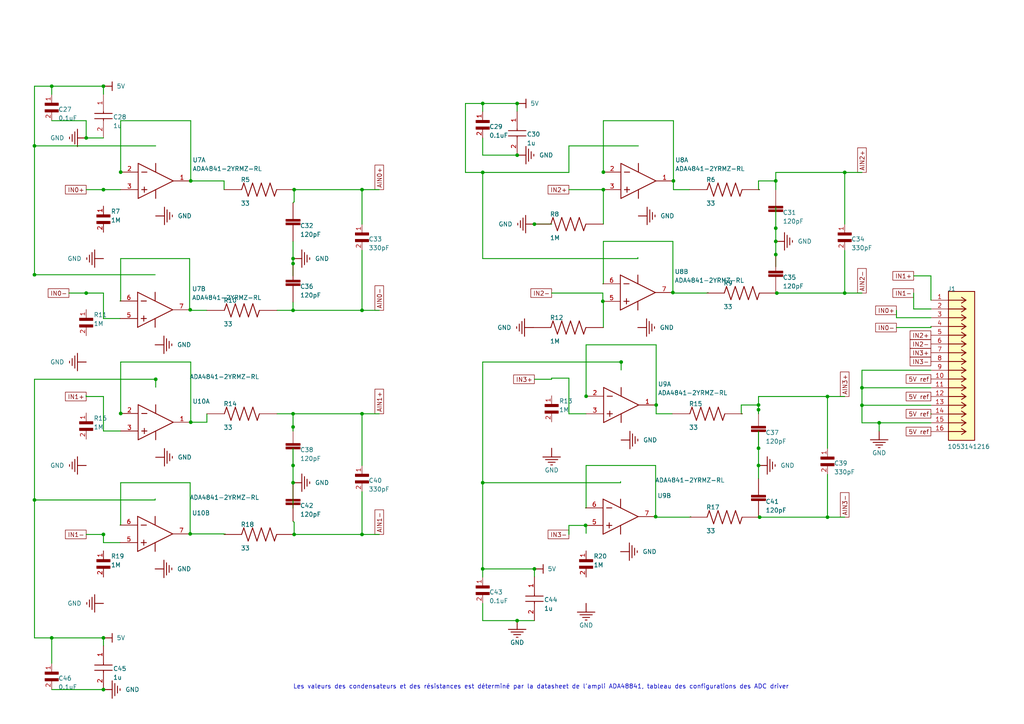
<source format=kicad_sch>
(kicad_sch (version 20211123) (generator eeschema)
  (paper "A4")
  (junction (at 30 185.0072))
  (junction (at 85 135.0072))
  (junction (at 10 79.6872))
  (junction (at 150 180.0072))
  (junction (at 85 75.0072))
  (junction (at 30 25.0072))
  (junction (at 225 73.8312))
  (junction (at 35 119.9272))
  (junction (at 85 76.4512))
  (junction (at 174.84 87.3872))
  (junction (at 190.16 149.8472))
  (junction (at 25 40.0072))
  (junction (at 220 117.4672))
  (junction (at 85 140.0072))
  (junction (at 220 118.8312))
  (junction (at 35 49.9272))
  (junction (at 30 55.0072))
  (junction (at 195.16 84.8472))
  (junction (at 225.32 85.0072))
  (junction (at 150 45.0072))
  (junction (at 55.32 52.4672))
  (junction (at 240 115.0072))
  (junction (at 250 117.5472))
  (junction (at 240 150.0072))
  (junction (at 85 123.8312))
  (junction (at 225 70.0072))
  (junction (at 155 165.0072))
  (junction (at 140 140.0072))
  (junction (at 195.32 52.4672))
  (junction (at 170 114.9272))
  (junction (at 25 85.0072))
  (junction (at 85 120.0072))
  (junction (at 140 30.0072))
  (junction (at 30 155.0072))
  (junction (at 169.84 152.3872))
  (junction (at 85 90.0072))
  (junction (at 155 65.0072))
  (junction (at 10 42.3072))
  (junction (at 55.16 89.8472))
  (junction (at 45.16 110.0072))
  (junction (at 245 85.0072))
  (junction (at 175 55.0072))
  (junction (at 250 112.4672))
  (junction (at 255 122.6272))
  (junction (at 105 90.0072))
  (junction (at 220.32 150.0072))
  (junction (at 150 30.0072))
  (junction (at 175 49.9272))
  (junction (at 85.32 55.0072))
  (junction (at 220 130.0072))
  (junction (at 245 50.0072))
  (junction (at 85.32 155.0072))
  (junction (at 55.32 122.4672))
  (junction (at 105 120.0072))
  (junction (at 190.32 117.4672))
  (junction (at 140 165.0072))
  (junction (at 220 135.0072))
  (junction (at 55.16 154.8472))
  (junction (at 105 55.0072))
  (junction (at 140 50.0072))
  (junction (at 30 200.0072))
  (junction (at 10 145.0072))
  (junction (at 105 155.0072))
  (junction (at 225 66.1832))
  (junction (at 225 52.4672))
  (junction (at 180.16 105.0072))
  (junction (at 15 25.0072))
  (junction (at 15 185.0072))
  (wire (pts (xy 25 85.0072) (xy 25 84.6872)) (stroke (width 0.254)))
  (wire (pts (xy 195.16 85.0072) (xy 195.16 84.8472)) (stroke (width 0.254)))
  (wire (pts (xy 270 80.0072) (xy 270 87.0672)) (stroke (width 0.254)))
  (wire (pts (xy 160 109.6872) (xy 160 110.0072)) (stroke (width 0.254)))
  (wire (pts (xy 30 55.0072) (xy 35 55.0072)) (stroke (width 0.254)))
  (wire (pts (xy 195.16 84.8472) (xy 195.16 70.0072)) (stroke (width 0.254)))
  (wire (pts (xy 55.16 140.0072) (xy 55.16 154.8472)) (stroke (width 0.254)))
  (wire (pts (xy 45.16 112.3072) (xy 45.16 110.0072)) (stroke (width 0.254)))
  (wire (pts (xy 225 77.3872) (xy 225 73.8312)) (stroke (width 0.254)))
  (wire (pts (xy 85.32 155.0072) (xy 85 155.0072)) (stroke (width 0.254)))
  (wire (pts (xy 270 117.5472) (xy 250 117.5472)) (stroke (width 0.254)))
  (wire (pts (xy 55.32 35.0072) (xy 55.32 52.4672)) (stroke (width 0.254)))
  (wire (pts (xy 220 52.4672) (xy 225 52.4672)) (stroke (width 0.254)))
  (wire (pts (xy 35 119.9272) (xy 35 105.0072)) (stroke (width 0.254)))
  (wire (pts (xy 265 80.0072) (xy 270 80.0072)) (stroke (width 0.254)))
  (wire (pts (xy 10 79.6872) (xy 10 42.3072)) (stroke (width 0.254)))
  (wire (pts (xy 85 120.0072) (xy 105 120.0072)) (stroke (width 0.254)))
  (wire (pts (xy 30 55.0072) (xy 25 55.0072)) (stroke (width 0.254)))
  (wire (pts (xy 105 155.0072) (xy 85.32 155.0072)) (stroke (width 0.254)))
  (wire (pts (xy 190.16 135.0072) (xy 170 135.0072)) (stroke (width 0.254)))
  (wire (pts (xy 180.16 107.3072) (xy 180.16 105.0072)) (stroke (width 0.254)))
  (wire (pts (xy 225 70.0072) (xy 225 66.1832)) (stroke (width 0.254)))
  (wire (pts (xy 170 100.0072) (xy 170 114.9272)) (stroke (width 0.254)))
  (wire (pts (xy 85 76.4512) (xy 85 75.0072)) (stroke (width 0.254)))
  (wire (pts (xy 10 42.3072) (xy 45.16 42.3072)) (stroke (width 0.254)))
  (wire (pts (xy 175 49.9272) (xy 175 50.0072)) (stroke (width 0.254)))
  (wire (pts (xy 200 150.0072) (xy 190.16 150.0072)) (stroke (width 0.254)))
  (wire (pts (xy 150 30.0072) (xy 140 30.0072)) (stroke (width 0.254)))
  (wire (pts (xy 240 115.0072) (xy 245 115.0072)) (stroke (width 0.254)))
  (wire (pts (xy 135 30.0072) (xy 135 50.0072)) (stroke (width 0.254)))
  (wire (pts (xy 140 180.0072) (xy 140 175.0072)) (stroke (width 0.254)))
  (wire (pts (xy 195 120.0072) (xy 190.32 120.0072)) (stroke (width 0.254)))
  (wire (pts (xy 175 55.0072) (xy 175 65.0072)) (stroke (width 0.254)))
  (wire (pts (xy 85.32 151.5032) (xy 85 151.1832)) (stroke (width 0.254)))
  (wire (pts (xy 195.32 55.0072) (xy 195.32 52.4672)) (stroke (width 0.254)))
  (wire (pts (xy 215 120.0072) (xy 215 117.4672)) (stroke (width 0.254)))
  (wire (pts (xy 250 112.4672) (xy 250 117.5472)) (stroke (width 0.254)))
  (wire (pts (xy 35 87.3072) (xy 34.84 87.3072)) (stroke (width 0.254)))
  (wire (pts (xy 105 55.0072) (xy 85.32 55.0072)) (stroke (width 0.254)))
  (wire (pts (xy 65 154.8472) (xy 65 155.0072)) (stroke (width 0.254)))
  (wire (pts (xy 35 105.0072) (xy 55.32 105.0072)) (stroke (width 0.254)))
  (wire (pts (xy 85.32 154.6872) (xy 85.32 151.5032)) (stroke (width 0.254)))
  (wire (pts (xy 85 147.3872) (xy 85 140.0072)) (stroke (width 0.254)))
  (wire (pts (xy 30 155.0072) (xy 30 154.6872)) (stroke (width 0.254)))
  (wire (pts (xy 205 85.0072) (xy 195.16 85.0072)) (stroke (width 0.254)))
  (wire (pts (xy 85 155.0072) (xy 85.32 154.6872)) (stroke (width 0.254)))
  (wire (pts (xy 270 89.6072) (xy 265 89.6072)) (stroke (width 0.254)))
  (wire (pts (xy 170 114.9272) (xy 170 115.0072)) (stroke (width 0.254)))
  (wire (pts (xy 35 35.0072) (xy 55.32 35.0072)) (stroke (width 0.254)))
  (wire (pts (xy 190.16 149.8472) (xy 190.16 135.0072)) (stroke (width 0.254)))
  (wire (pts (xy 105 120.0072) (xy 110 120.0072)) (stroke (width 0.254)))
  (wire (pts (xy 25 155.0072) (xy 30 155.0072)) (stroke (width 0.254)))
  (wire (pts (xy 155 180.0072) (xy 150 180.0072)) (stroke (width 0.254)))
  (wire (pts (xy 220 125.0872) (xy 220 130.0072)) (stroke (width 0.254)))
  (wire (pts (xy 15 35.0072) (xy 25 35.0072)) (stroke (width 0.254)))
  (wire (pts (xy 175 87.3872) (xy 175 95.0072)) (stroke (width 0.254)))
  (wire (pts (xy 245 65.0072) (xy 245 50.0072)) (stroke (width 0.254)))
  (wire (pts (xy 200 55.0072) (xy 195.32 55.0072)) (stroke (width 0.254)))
  (wire (pts (xy 55.16 90.0072) (xy 55.16 89.8472)) (stroke (width 0.254)))
  (wire (pts (xy 270 107.3872) (xy 250 107.3872)) (stroke (width 0.254)))
  (wire (pts (xy 105 155.0072) (xy 110 155.0072)) (stroke (width 0.254)))
  (wire (pts (xy 30 92.3872) (xy 34.84 92.3872)) (stroke (width 0.254)))
  (wire (pts (xy 85.32 58.5112) (xy 85 58.8312)) (stroke (width 0.254)))
  (wire (pts (xy 105 90.0072) (xy 110 90.0072)) (stroke (width 0.254)))
  (wire (pts (xy 255 122.6272) (xy 270 122.6272)) (stroke (width 0.254)))
  (wire (pts (xy 225 52.4672) (xy 225 50.0072)) (stroke (width 0.254)))
  (wire (pts (xy 150 32.3072) (xy 150 30.0072)) (stroke (width 0.254)))
  (wire (pts (xy 225.32 85.0072) (xy 225 85.0072)) (stroke (width 0.254)))
  (wire (pts (xy 215 117.4672) (xy 220 117.4672)) (stroke (width 0.254)))
  (wire (pts (xy 185 75.0072) (xy 185 74.6872)) (stroke (width 0.254)))
  (wire (pts (xy 165 42.3072) (xy 185.16 42.3072)) (stroke (width 0.254)))
  (wire (pts (xy 140 167.3872) (xy 140 165.0072)) (stroke (width 0.254)))
  (wire (pts (xy 30 157.3872) (xy 34.84 157.3872)) (stroke (width 0.254)))
  (wire (pts (xy 10 145.0072) (xy 10 110.0072)) (stroke (width 0.254)))
  (wire (pts (xy 30 125.0072) (xy 35 125.0072)) (stroke (width 0.254)))
  (wire (pts (xy 165 109.6872) (xy 160 109.6872)) (stroke (width 0.254)))
  (wire (pts (xy 25 35.0072) (xy 25 40.0072)) (stroke (width 0.254)))
  (wire (pts (xy 85 80.0072) (xy 85 76.4512)) (stroke (width 0.254)))
  (wire (pts (xy 169.84 152.3872) (xy 170 152.3872)) (stroke (width 0.254)))
  (wire (pts (xy 180.16 105.0072) (xy 180.32 105.0072)) (stroke (width 0.254)))
  (wire (pts (xy 245 50.0072) (xy 250 50.0072)) (stroke (width 0.254)))
  (wire (pts (xy 55 89.8472) (xy 55 75.0072)) (stroke (width 0.254)))
  (wire (pts (xy 140 50.0072) (xy 140 75.0072)) (stroke (width 0.254)))
  (wire (pts (xy 140 105.0072) (xy 180.16 105.0072)) (stroke (width 0.254)))
  (wire (pts (xy 220 115.0072) (xy 240 115.0072)) (stroke (width 0.254)))
  (wire (pts (xy 55.32 105.0072) (xy 55.32 122.4672)) (stroke (width 0.254)))
  (wire (pts (xy 260 92.1472) (xy 260 90.0072)) (stroke (width 0.254)))
  (wire (pts (xy 200.32 149.8472) (xy 200.32 150.0072)) (stroke (width 0.254)))
  (wire (pts (xy 30 185.0072) (xy 30 187.3072)) (stroke (width 0.254)))
  (wire (pts (xy 140 32.3872) (xy 140 30.0072)) (stroke (width 0.254)))
  (wire (pts (xy 10 145.0072) (xy 10 185.0072)) (stroke (width 0.254)))
  (wire (pts (xy 85.32 55.0072) (xy 85.32 58.5112)) (stroke (width 0.254)))
  (wire (pts (xy 80.32 120.0072) (xy 85 120.0072)) (stroke (width 0.254)))
  (wire (pts (xy 65 52.4672) (xy 65 55.0072)) (stroke (width 0.254)))
  (wire (pts (xy 170 120.0072) (xy 165 120.0072)) (stroke (width 0.254)))
  (wire (pts (xy 174.84 87.3872) (xy 175 87.3872)) (stroke (width 0.254)))
  (wire (pts (xy 45 144.6872) (xy 45 145.0072)) (stroke (width 0.254)))
  (wire (pts (xy 10 79.6872) (xy 45 79.6872)) (stroke (width 0.254)))
  (wire (pts (xy 85 123.8312) (xy 85 125.0072)) (stroke (width 0.254)))
  (wire (pts (xy 35 75.0072) (xy 35 87.3072)) (stroke (width 0.254)))
  (wire (pts (xy 225 52.4672) (xy 225 55.0072)) (stroke (width 0.254)))
  (wire (pts (xy 225 50.0072) (xy 245 50.0072)) (stroke (width 0.254)))
  (wire (pts (xy 190.32 100.0072) (xy 170 100.0072)) (stroke (width 0.254)))
  (wire (pts (xy 15 185.0072) (xy 30 185.0072)) (stroke (width 0.254)))
  (wire (pts (xy 245 85.0072) (xy 225.32 85.0072)) (stroke (width 0.254)))
  (wire (pts (xy 170 135.0072) (xy 170 147.3072)) (stroke (width 0.254)))
  (wire (pts (xy 240 130.0072) (xy 240 115.0072)) (stroke (width 0.254)))
  (wire (pts (xy 60 122.4672) (xy 60 120.0072)) (stroke (width 0.254)))
  (wire (pts (xy 140 140.0072) (xy 180 140.0072)) (stroke (width 0.254)))
  (wire (pts (xy 85 135.0072) (xy 85 130.0872)) (stroke (width 0.254)))
  (wire (pts (xy 240 150.0072) (xy 220.32 150.0072)) (stroke (width 0.254)))
  (wire (pts (xy 105 142.6272) (xy 105 155.0072)) (stroke (width 0.254)))
  (wire (pts (xy 45.16 110.0072) (xy 45.32 110.0072)) (stroke (width 0.254)))
  (wire (pts (xy 190.16 150.0072) (xy 190.16 149.8472)) (stroke (width 0.254)))
  (wire (pts (xy 175 35.0072) (xy 175 49.9272)) (stroke (width 0.254)))
  (wire (pts (xy 45 145.0072) (xy 10 145.0072)) (stroke (width 0.254)))
  (wire (pts (xy 10 25.0072) (xy 10 42.3072)) (stroke (width 0.254)))
  (wire (pts (xy 60 90.0072) (xy 55.16 90.0072)) (stroke (width 0.254)))
  (wire (pts (xy 105 72.6272) (xy 105 90.0072)) (stroke (width 0.254)))
  (wire (pts (xy 190.32 117.4672) (xy 190.32 100.0072)) (stroke (width 0.254)))
  (wire (pts (xy 160 110.0072) (xy 155 110.0072)) (stroke (width 0.254)))
  (wire (pts (xy 85.32 55.0072) (xy 85 55.0072)) (stroke (width 0.254)))
  (wire (pts (xy 270 120.0072) (xy 270 120.0872)) (stroke (width 0.254)))
  (wire (pts (xy 165 55.0072) (xy 175 55.0072)) (stroke (width 0.254)))
  (wire (pts (xy 245 85.0072) (xy 250 85.0072)) (stroke (width 0.254)))
  (wire (pts (xy 55 75.0072) (xy 35 75.0072)) (stroke (width 0.254)))
  (wire (pts (xy 85 75.0072) (xy 85 70.0072)) (stroke (width 0.254)))
  (wire (pts (xy 225 66.1832) (xy 225 60.0872)) (stroke (width 0.254)))
  (wire (pts (xy 140 45.0072) (xy 150 45.0072)) (stroke (width 0.254)))
  (wire (pts (xy 170 152.3872) (xy 170 154.6872)) (stroke (width 0.254)))
  (wire (pts (xy 35 140.0072) (xy 55.16 140.0072)) (stroke (width 0.254)))
  (wire (pts (xy 30 85.0072) (xy 30 92.3872)) (stroke (width 0.254)))
  (wire (pts (xy 250 107.3872) (xy 250 112.4672)) (stroke (width 0.254)))
  (wire (pts (xy 250 122.6272) (xy 255 122.6272)) (stroke (width 0.254)))
  (wire (pts (xy 270 92.1472) (xy 260 92.1472)) (stroke (width 0.254)))
  (wire (pts (xy 85 120.0072) (xy 85 123.8312)) (stroke (width 0.254)))
  (wire (pts (xy 195.32 35.0072) (xy 175 35.0072)) (stroke (width 0.254)))
  (wire (pts (xy 270 112.4672) (xy 250 112.4672)) (stroke (width 0.254)))
  (wire (pts (xy 220 117.4672) (xy 220 118.8312)) (stroke (width 0.254)))
  (wire (pts (xy 35 152.3072) (xy 35 140.0072)) (stroke (width 0.254)))
  (wire (pts (xy 15 25.0072) (xy 10 25.0072)) (stroke (width 0.254)))
  (wire (pts (xy 20 85.0072) (xy 25 85.0072)) (stroke (width 0.254)))
  (wire (pts (xy 34.84 152.3072) (xy 35 152.3072)) (stroke (width 0.254)))
  (wire (pts (xy 55.16 154.8472) (xy 65 154.8472)) (stroke (width 0.254)))
  (wire (pts (xy 260 95.0072) (xy 270 95.0072)) (stroke (width 0.254)))
  (wire (pts (xy 190.32 120.0072) (xy 190.32 117.4672)) (stroke (width 0.254)))
  (wire (pts (xy 15 200.0072) (xy 30 200.0072)) (stroke (width 0.254)))
  (wire (pts (xy 140 165.0072) (xy 140 140.0072)) (stroke (width 0.254)))
  (wire (pts (xy 30 155.0072) (xy 30 157.3872)) (stroke (width 0.254)))
  (wire (pts (xy 140 30.0072) (xy 135 30.0072)) (stroke (width 0.254)))
  (wire (pts (xy 30 27.3072) (xy 30 25.0072)) (stroke (width 0.254)))
  (wire (pts (xy 270 95.0072) (xy 270 94.6872)) (stroke (width 0.254)))
  (wire (pts (xy 25 40.0072) (xy 30 40.0072)) (stroke (width 0.254)))
  (wire (pts (xy 155 167.3072) (xy 155 165.0072)) (stroke (width 0.254)))
  (wire (pts (xy 155 65.0072) (xy 160 65.0072)) (stroke (width 0.254)))
  (wire (pts (xy 15 192.3872) (xy 15 185.0072)) (stroke (width 0.254)))
  (wire (pts (xy 55.32 122.4672) (xy 60 122.4672)) (stroke (width 0.254)))
  (wire (pts (xy 140 140.0072) (xy 140 105.0072)) (stroke (width 0.254)))
  (wire (pts (xy 55.32 52.4672) (xy 65 52.4672)) (stroke (width 0.254)))
  (wire (pts (xy 174.84 85.0072) (xy 174.84 87.3872)) (stroke (width 0.254)))
  (wire (pts (xy 240 150.0072) (xy 245 150.0072)) (stroke (width 0.254)))
  (wire (pts (xy 225 73.8312) (xy 225 70.0072)) (stroke (width 0.254)))
  (wire (pts (xy 165 152.3872) (xy 169.84 152.3872)) (stroke (width 0.254)))
  (wire (pts (xy 155 165.0072) (xy 140 165.0072)) (stroke (width 0.254)))
  (wire (pts (xy 35 49.9272) (xy 35 35.0072)) (stroke (width 0.254)))
  (wire (pts (xy 80.32 90.0072) (xy 85 90.0072)) (stroke (width 0.254)))
  (wire (pts (xy 105 55.0072) (xy 110 55.0072)) (stroke (width 0.254)))
  (wire (pts (xy 165 50.0072) (xy 165 42.3072)) (stroke (width 0.254)))
  (wire (pts (xy 255 122.6272) (xy 255 125.0072)) (stroke (width 0.254)))
  (wire (pts (xy 165 120.0072) (xy 165 109.6872)) (stroke (width 0.254)))
  (wire (pts (xy 30 54.6872) (xy 30 55.0072)) (stroke (width 0.254)))
  (wire (pts (xy 10 185.0072) (xy 15 185.0072)) (stroke (width 0.254)))
  (wire (pts (xy 55.16 89.8472) (xy 55 89.8472)) (stroke (width 0.254)))
  (wire (pts (xy 215.32 120.0072) (xy 215 120.0072)) (stroke (width 0.254)))
  (wire (pts (xy 105 135.0072) (xy 105 120.0072)) (stroke (width 0.254)))
  (wire (pts (xy 265 89.6072) (xy 265 85.0072)) (stroke (width 0.254)))
  (wire (pts (xy 165 155.0072) (xy 165 152.3872)) (stroke (width 0.254)))
  (wire (pts (xy 65.32 154.8472) (xy 65.32 155.0072)) (stroke (width 0.254)))
  (wire (pts (xy 25 115.0072) (xy 30 115.0072)) (stroke (width 0.254)))
  (wire (pts (xy 140 40.0072) (xy 140 45.0072)) (stroke (width 0.254)))
  (wire (pts (xy 30 25.0072) (xy 15 25.0072)) (stroke (width 0.254)))
  (wire (pts (xy 154.68 65.0072) (xy 155 65.0072)) (stroke (width 0.254)))
  (wire (pts (xy 35 50.0072) (xy 35 49.9272)) (stroke (width 0.254)))
  (wire (pts (xy 10 80.0072) (xy 10 79.6872)) (stroke (width 0.254)))
  (wire (pts (xy 160 85.0072) (xy 174.84 85.0072)) (stroke (width 0.254)))
  (wire (pts (xy 135 50.0072) (xy 140 50.0072)) (stroke (width 0.254)))
  (wire (pts (xy 25 85.0072) (xy 30 85.0072)) (stroke (width 0.254)))
  (wire (pts (xy 220 130.0072) (xy 220 135.0072)) (stroke (width 0.254)))
  (wire (pts (xy 195.32 52.4672) (xy 195.32 35.0072)) (stroke (width 0.254)))
  (wire (pts (xy 140 75.0072) (xy 185 75.0072)) (stroke (width 0.254)))
  (wire (pts (xy 220 117.4672) (xy 220 115.0072)) (stroke (width 0.254)))
  (wire (pts (xy 220 55.0072) (xy 220 52.4672)) (stroke (width 0.254)))
  (wire (pts (xy 220 118.8312) (xy 220 120.0072)) (stroke (width 0.254)))
  (wire (pts (xy 205.32 84.8472) (xy 205.32 85.0072)) (stroke (width 0.254)))
  (wire (pts (xy 105 65.0072) (xy 105 55.0072)) (stroke (width 0.254)))
  (wire (pts (xy 195.16 70.0072) (xy 175 70.0072)) (stroke (width 0.254)))
  (wire (pts (xy 170 147.3072) (xy 169.84 147.3072)) (stroke (width 0.254)))
  (wire (pts (xy 85 140.0072) (xy 85 135.0072)) (stroke (width 0.254)))
  (wire (pts (xy 85 90.0072) (xy 105 90.0072)) (stroke (width 0.254)))
  (wire (pts (xy 140 50.0072) (xy 165 50.0072)) (stroke (width 0.254)))
  (wire (pts (xy 35 120.0072) (xy 35 119.9272)) (stroke (width 0.254)))
  (wire (pts (xy 175 82.3072) (xy 174.84 82.3072)) (stroke (width 0.254)))
  (wire (pts (xy 250 117.5472) (xy 250 122.6272)) (stroke (width 0.254)))
  (wire (pts (xy 220 135.0072) (xy 220 138.8312)) (stroke (width 0.254)))
  (wire (pts (xy 15 27.3872) (xy 15 25.0072)) (stroke (width 0.254)))
  (wire (pts (xy 175 70.0072) (xy 175 82.3072)) (stroke (width 0.254)))
  (wire (pts (xy 245 72.6272) (xy 245 85.0072)) (stroke (width 0.254)))
  (wire (pts (xy 180 140.0072) (xy 180 139.6872)) (stroke (width 0.254)))
  (wire (pts (xy 25 114.6872) (xy 25 115.0072)) (stroke (width 0.254)))
  (wire (pts (xy 150 180.0072) (xy 140 180.0072)) (stroke (width 0.254)))
  (wire (pts (xy 30 115.0072) (xy 30 125.0072)) (stroke (width 0.254)))
  (wire (pts (xy 220.32 55.0072) (xy 220 55.0072)) (stroke (width 0.254)))
  (wire (pts (xy 10 110.0072) (xy 45.16 110.0072)) (stroke (width 0.254)))
  (wire (pts (xy 220.32 150.0072) (xy 220 150.0072)) (stroke (width 0.254)))
  (wire (pts (xy 85 87.6272) (xy 85 90.0072)) (stroke (width 0.254)))
  (wire (pts (xy 240 137.6272) (xy 240 150.0072)) (stroke (width 0.254)))
  (text "Les valeurs des condensateurs et des résistances est déterminé par la datasheet de l'ampli ADA48841, tableau des configurations des ADC driver" (at 85 200.0072 0) (effects (font (size 1.27 1.27)) (justify left bottom)))
  (global_label "5V ref" (shape passive) (at 270 115.0072 180) (property "Intersheet References" "${INTERSHEET_REFS}" (effects hide)))
  (global_label "AIN3-" (shape passive) (at 245 150.0072 90) (property "Intersheet References" "${INTERSHEET_REFS}" (effects hide)))
  (global_label "IN1-" (shape passive) (at 265 85.0072 180) (property "Intersheet References" "${INTERSHEET_REFS}" (effects hide)))
  (global_label "5V ref" (shape passive) (at 270 125.1672 180) (property "Intersheet References" "${INTERSHEET_REFS}" (effects hide)))
  (global_label "IN2+" (shape passive) (at 270 97.2272 180) (property "Intersheet References" "${INTERSHEET_REFS}" (effects hide)))
  (global_label "AIN1-" (shape passive) (at 110 155.0072 90) (property "Intersheet References" "${INTERSHEET_REFS}" (effects hide)))
  (global_label "IN0-" (shape passive) (at 20 85.0072 180) (property "Intersheet References" "${INTERSHEET_REFS}" (effects hide)))
  (global_label "IN3+" (shape passive) (at 270 102.3072 180) (property "Intersheet References" "${INTERSHEET_REFS}" (effects hide)))
  (global_label "IN2+" (shape passive) (at 165 55.0072 180) (property "Intersheet References" "${INTERSHEET_REFS}" (effects hide)))
  (global_label "IN3-" (shape passive) (at 270 104.8472 180) (property "Intersheet References" "${INTERSHEET_REFS}" (effects hide)))
  (global_label "IN2-" (shape passive) (at 270 99.7672 180) (property "Intersheet References" "${INTERSHEET_REFS}" (effects hide)))
  (global_label "IN0+" (shape passive) (at 25 55.0072 180) (property "Intersheet References" "${INTERSHEET_REFS}" (effects hide)))
  (global_label "5V ref" (shape passive) (at 270 120.0072 180) (property "Intersheet References" "${INTERSHEET_REFS}" (effects hide)))
  (global_label "IN0-" (shape passive) (at 260 95.0072 180) (property "Intersheet References" "${INTERSHEET_REFS}" (effects hide)))
  (global_label "AIN2+" (shape passive) (at 250 50.0072 90) (property "Intersheet References" "${INTERSHEET_REFS}" (effects hide)))
  (global_label "IN3-" (shape passive) (at 165 155.0072 180) (property "Intersheet References" "${INTERSHEET_REFS}" (effects hide)))
  (global_label "5V ref" (shape passive) (at 270 109.9272 180) (property "Intersheet References" "${INTERSHEET_REFS}" (effects hide)))
  (global_label "AIN1+" (shape passive) (at 110 120.0072 90) (property "Intersheet References" "${INTERSHEET_REFS}" (effects hide)))
  (global_label "IN1-" (shape passive) (at 25 155.0072 180) (property "Intersheet References" "${INTERSHEET_REFS}" (effects hide)))
  (global_label "IN1+" (shape passive) (at 25 115.0072 180) (property "Intersheet References" "${INTERSHEET_REFS}" (effects hide)))
  (global_label "AIN0+" (shape passive) (at 110 55.0072 90) (property "Intersheet References" "${INTERSHEET_REFS}" (effects hide)))
  (global_label "AIN2-" (shape passive) (at 250 85.0072 90) (property "Intersheet References" "${INTERSHEET_REFS}" (effects hide)))
  (global_label "AIN0-" (shape passive) (at 110 90.0072 90) (property "Intersheet References" "${INTERSHEET_REFS}" (effects hide)))
  (global_label "IN1+" (shape passive) (at 265 80.0072 180) (property "Intersheet References" "${INTERSHEET_REFS}" (effects hide)))
  (global_label "AIN3+" (shape passive) (at 245 115.0072 90) (property "Intersheet References" "${INTERSHEET_REFS}" (effects hide)))
  (global_label "IN0+" (shape passive) (at 260 90.0072 180) (property "Intersheet References" "${INTERSHEET_REFS}" (effects hide)))
  (global_label "IN2-" (shape passive) (at 160 85.0072 180) (property "Intersheet References" "${INTERSHEET_REFS}" (effects hide)))
  (global_label "IN3+" (shape passive) (at 155 110.0072 180) (property "Intersheet References" "${INTERSHEET_REFS}" (effects hide)))
  (symbol (lib_id "driver0-3-altium-import:1_Symbol") (at 170 164.8472 0) (unit 1)
    (property "Reference" "R20" (at 172.159 162.0532 0) (effects (justify left bottom)))
    (property "Value" "1M" (at 172.159 164.5932 0) (effects (justify left bottom)))
    (property "Footprint" "RESC1608X55N" (effects hide))
    (property "PRICE" "None" (effects hide))
    (property "AVAILABILITY" "Unavailable" (effects hide))
    (property "ALTIUM_VALUE" "*" (effects hide))
    (property "MP" "RT0603DRD071ML" (effects hide))
    (property "PACKAGE" "None" (effects hide))
    (property "MF" "{'manufacturer': u'Yageo'}" (effects hide))
    (property "COMPONENT TYPE" "Standard" (effects hide))
    (property "DESIGN ITEM ID" "RT0603DRD071ML" (effects hide))
    (property "PIN COUNT" "2" (effects hide))
    (property "SOURCE" "workerBoard.SCHLIB" (effects hide))
  )
  (symbol (lib_id "driver0-3-altium-import:GND") (at 85 75.0072 90) (unit 1)
    (property "Reference" "#PWR?" (effects hide))
    (property "Value" "GND" (at 91.35 75.0072 90) (effects (justify right)))
  )
  (symbol (lib_id "driver0-3-altium-import:GND") (at 220 135.0072 90) (unit 1)
    (property "Reference" "#PWR?" (effects hide))
    (property "Value" "GND" (at 226.35 135.0072 90) (effects (justify right)))
  )
  (symbol (lib_id "driver0-3-altium-import:0_1053141216") (at 270 87.0672 0) (unit 1)
    (property "Reference" "J1" (at 274.826 84.5272 0) (effects (justify left bottom)))
    (property "Value" "1053141216" (at 274.826 130.2472 0) (effects (justify left bottom)))
    (property "Footprint" "CON_1053141216" (effects hide))
    (property "COPYRIGHT" "Copyright (C) 2021 Ultra Librarian. All rights reserved." (effects hide))
    (property "MFR_NAME" "Molex Connector Corporation" (effects hide))
    (property "MANUFACTURER_PART_NUMBER" "1053141216" (effects hide))
    (property "DIGI-KEY_PART_NUMBER_1" "WM15165-ND" (effects hide))
    (property "REFDES" "RefDes" (effects hide))
    (property "TYPE" "DEV" (effects hide))
    (property "COMPONENT TYPE" "Standard" (effects hide))
    (property "DESIGN ITEM ID" "1053141216" (effects hide))
    (property "PIN COUNT" "16" (effects hide))
    (property "SOURCE" "workerBoard.SCHLIB" (effects hide))
  )
  (symbol (lib_id "driver0-3-altium-import:0_CMP-0384-01677-1") (at 39.92 84.7672 0) (unit 2)
    (property "Reference" "U7" (at 55.668 84.5132 0) (effects (justify left bottom)))
    (property "Value" "ADA4841-2YRMZ-RL" (at 55.668 87.0532 0) (effects (justify left bottom)))
    (property "Footprint" "ADI-RM-8_M" (effects hide))
    (property "COMPONENTLINK3URL" "http://www.analog.com/static/imported-files/packages/PKG_PDF/MSOP%28RM%29/RM_8.pdf" (effects hide))
    (property "PARTNUMBER" "ADA4841-2YRMZ-RL" (effects hide))
    (property "MOUNTING TECHNOLOGY" "Surface Mount" (effects hide))
    (property "SLEW RATE" "13V/us" (effects hide))
    (property "DATASHEETVERSION" "Rev. E" (effects hide))
    (property "PACKAGEDESCRIPTION" "8-Pin Mini Small Outline Package, Body 3 x 3 mm, Pitch 0.65 mm" (effects hide))
    (property "IQ/AMP" "1.5mA" (effects hide))
    (property "PACKAGEREFERENCE" "RM-8" (effects hide))
    (property "AMPLIFIERS PER PACKAGE" "2" (effects hide))
    (property "SMALL SIGNAL BANDWIDTH" "80MHz" (effects hide))
    (property "V SPAN MIN" "2.7V" (effects hide))
    (property "COMPONENTLINK2URL" "http://www.analog.com/static/imported-files/data_sheets/ADA4841-1_4841-2.pdf" (effects hide))
    (property "COMPONENTLINK1DESCRIPTION" "Manufacturer URL" (effects hide))
    (property "COMPONENTLINK2DESCRIPTION" "Datasheet" (effects hide))
    (property "V SPAN MAX" "12V" (effects hide))
    (property "INPUT OFFSET VOLTAGE" "40uV" (effects hide))
    (property "MANUFACTURER" "Analog Devices" (effects hide))
    (property "GENERIC PART NUMBER" "ADA4841-2" (effects hide))
    (property "COMPONENTLINK1URL" "http://www.analog.com/en/index.html" (effects hide))
    (property "CODE_JEDEC" "MO-187-AA" (effects hide))
    (property "INPUT BIAS CURRENT" "3uA" (effects hide))
    (property "COMPONENTLINK3DESCRIPTION" "Package Specification" (effects hide))
    (property "COMPONENT TYPE" "Standard" (effects hide))
    (property "DESIGN ITEM ID" "CMP-0384-01677-1" (effects hide))
    (property "MANUFACTURER PART NUMBER" "ADA4841-2YRMZ-RL" (effects hide))
    (property "PIN COUNT" "8" (effects hide))
    (property "SOURCE" "workerBoard.SCHLIB" (effects hide))
  )
  (symbol (lib_id "driver0-3-altium-import:GND") (at 225 70.0072 90) (unit 1)
    (property "Reference" "#PWR?" (effects hide))
    (property "Value" "GND" (at 231.35 70.0072 90) (effects (justify right)))
  )
  (symbol (lib_id "driver0-3-altium-import:0_Symbol") (at 75.16 155.0072 0) (unit 1)
    (property "Reference" "R18" (at 69.826 152.8482 0) (effects (justify left bottom)))
    (property "Value" "33" (at 69.826 159.7062 0) (effects (justify left bottom)))
    (property "Footprint" "RESC1608X55N" (effects hide))
    (property "PRICE" "None" (effects hide))
    (property "AVAILABILITY" "Unavailable" (effects hide))
    (property "ALTIUM_VALUE" "*" (effects hide))
    (property "MP" "RT0603BRD0733RL" (effects hide))
    (property "PACKAGE" "None" (effects hide))
    (property "MF" "{'manufacturer': u'Yageo'}" (effects hide))
    (property "COMPONENT TYPE" "Standard" (effects hide))
    (property "DESIGN ITEM ID" "RT0603BRD0733RL_2" (effects hide))
    (property "PIN COUNT" "2" (effects hide))
    (property "SOURCE" "workerBoard.SCHLIB" (effects hide))
  )
  (symbol (lib_id "driver0-3-altium-import:3_06033D104KAT2A") (at 140 34.9272 0) (unit 1)
    (property "Reference" "C29" (at 141.905 37.4672 0) (effects (justify left bottom)))
    (property "Value" "0.1uF" (at 141.905 40.0072 0) (effects (justify left bottom)))
    (property "Footprint" "CAPC1608X90N" (effects hide))
    (property "PRICE" "None" (effects hide))
    (property "AVAILABILITY" "Unavailable" (effects hide))
    (property "ALTIUM_VALUE" "*" (effects hide))
    (property "MP" "06033D104KAT2A" (effects hide))
    (property "PACKAGE" "None" (effects hide))
    (property "MF" "{'manufacturer': u'AVX'}" (effects hide))
    (property "COMPONENT TYPE" "Standard" (effects hide))
    (property "DESIGN ITEM ID" "06033D104KAT2A" (effects hide))
    (property "PIN COUNT" "2" (effects hide))
    (property "SOURCE" "workerBoard.SCHLIB" (effects hide))
  )
  (symbol (lib_id "driver0-3-altium-import:1_Symbol") (at 25 124.8472 0) (unit 1)
    (property "Reference" "R16" (at 27.159 122.0532 0) (effects (justify left bottom)))
    (property "Value" "1M" (at 27.159 124.5932 0) (effects (justify left bottom)))
    (property "Footprint" "RESC1608X55N" (effects hide))
    (property "PRICE" "None" (effects hide))
    (property "AVAILABILITY" "Unavailable" (effects hide))
    (property "ALTIUM_VALUE" "*" (effects hide))
    (property "MP" "RT0603DRD071ML" (effects hide))
    (property "PACKAGE" "None" (effects hide))
    (property "MF" "{'manufacturer': u'Yageo'}" (effects hide))
    (property "COMPONENT TYPE" "Standard" (effects hide))
    (property "DESIGN ITEM ID" "RT0603DRD071ML" (effects hide))
    (property "PIN COUNT" "2" (effects hide))
    (property "SOURCE" "workerBoard.SCHLIB" (effects hide))
  )
  (symbol (lib_id "driver0-3-altium-import:GND") (at 170 175.0072 0) (unit 1)
    (property "Reference" "#PWR?" (effects hide))
    (property "Value" "GND" (at 170 181.3572 0))
  )
  (symbol (lib_id "driver0-3-altium-import:1_06035A121GAT2A") (at 85 145.5952 0) (unit 1)
    (property "Reference" "C42" (at 87.0351 147.3738 0) (effects (justify left bottom)))
    (property "Value" "120pF" (at 87.0351 149.9138 0) (effects (justify left bottom)))
    (property "Footprint" "CAPC1608X90" (effects hide))
    (property "PRICE" "None" (effects hide))
    (property "AVAILABILITY" "Unavailable" (effects hide))
    (property "ALTIUM_VALUE" "*" (effects hide))
    (property "MP" "06035A121GAT2A" (effects hide))
    (property "PACKAGE" "None" (effects hide))
    (property "MF" "{'manufacturer': u'AVX'}" (effects hide))
    (property "COMPONENT TYPE" "Standard" (effects hide))
    (property "DESIGN ITEM ID" "06035A121GAT2A" (effects hide))
    (property "PIN COUNT" "2" (effects hide))
    (property "SOURCE" "workerBoard.SCHLIB" (effects hide))
  )
  (symbol (lib_id "driver0-3-altium-import:3_0603YC105MAT4A") (at 30 187.3072 0) (unit 1)
    (property "Reference" "C45" (at 32.794 194.6732 0) (effects (justify left bottom)))
    (property "Value" "1u" (at 32.794 197.2132 0) (effects (justify left bottom)))
    (property "Footprint" "CAPC1608X90N" (effects hide))
    (property "DATASHEET LINK" "https://componentsearchengine.com/Datasheets/1/06031A100FAT2A.pdf" (effects hide))
    (property "HEIGHT" "0.9mm" (effects hide))
    (property "MANUFACTURER_NAME" "AVX" (effects hide))
    (property "MANUFACTURER_PART_NUMBER" "0603YC105MAT4A" (effects hide))
    (property "COMPONENT TYPE" "Standard" (effects hide))
    (property "DESIGN ITEM ID" "0603YC105MAT4A" (effects hide))
    (property "PIN COUNT" "2" (effects hide))
    (property "SOURCE" "workerBoard.SCHLIB" (effects hide))
  )
  (symbol (lib_id "driver0-3-altium-import:0_CMP-0384-01677-1") (at 39.92 149.7672 0) (unit 2)
    (property "Reference" "U10" (at 55.668 149.5132 0) (effects (justify left bottom)))
    (property "Value" "ADA4841-2YRMZ-RL" (at 55 145.0072 0) (effects (justify left bottom)))
    (property "Footprint" "ADI-RM-8_M" (effects hide))
    (property "COMPONENTLINK3URL" "http://www.analog.com/static/imported-files/packages/PKG_PDF/MSOP%28RM%29/RM_8.pdf" (effects hide))
    (property "PARTNUMBER" "ADA4841-2YRMZ-RL" (effects hide))
    (property "MOUNTING TECHNOLOGY" "Surface Mount" (effects hide))
    (property "SLEW RATE" "13V/us" (effects hide))
    (property "DATASHEETVERSION" "Rev. E" (effects hide))
    (property "PACKAGEDESCRIPTION" "8-Pin Mini Small Outline Package, Body 3 x 3 mm, Pitch 0.65 mm" (effects hide))
    (property "IQ/AMP" "1.5mA" (effects hide))
    (property "PACKAGEREFERENCE" "RM-8" (effects hide))
    (property "AMPLIFIERS PER PACKAGE" "2" (effects hide))
    (property "SMALL SIGNAL BANDWIDTH" "80MHz" (effects hide))
    (property "V SPAN MIN" "2.7V" (effects hide))
    (property "COMPONENTLINK2URL" "http://www.analog.com/static/imported-files/data_sheets/ADA4841-1_4841-2.pdf" (effects hide))
    (property "COMPONENTLINK1DESCRIPTION" "Manufacturer URL" (effects hide))
    (property "COMPONENTLINK2DESCRIPTION" "Datasheet" (effects hide))
    (property "V SPAN MAX" "12V" (effects hide))
    (property "INPUT OFFSET VOLTAGE" "40uV" (effects hide))
    (property "MANUFACTURER" "Analog Devices" (effects hide))
    (property "GENERIC PART NUMBER" "ADA4841-2" (effects hide))
    (property "COMPONENTLINK1URL" "http://www.analog.com/en/index.html" (effects hide))
    (property "CODE_JEDEC" "MO-187-AA" (effects hide))
    (property "INPUT BIAS CURRENT" "3uA" (effects hide))
    (property "COMPONENTLINK3DESCRIPTION" "Package Specification" (effects hide))
    (property "COMPONENT TYPE" "Standard" (effects hide))
    (property "DESIGN ITEM ID" "CMP-0384-01677-1" (effects hide))
    (property "MANUFACTURER PART NUMBER" "ADA4841-2YRMZ-RL" (effects hide))
    (property "PIN COUNT" "8" (effects hide))
    (property "SOURCE" "workerBoard.SCHLIB" (effects hide))
  )
  (symbol (lib_id "driver0-3-altium-import:0_CMP-0384-01677-1") (at 174.92 144.7672 0) (unit 2)
    (property "Reference" "U9" (at 190.668 144.5132 0) (effects (justify left bottom)))
    (property "Value" "ADA4841-2YRMZ-RL" (at 190 140.0072 0) (effects (justify left bottom)))
    (property "Footprint" "ADI-RM-8_M" (effects hide))
    (property "COMPONENTLINK3URL" "http://www.analog.com/static/imported-files/packages/PKG_PDF/MSOP%28RM%29/RM_8.pdf" (effects hide))
    (property "PARTNUMBER" "ADA4841-2YRMZ-RL" (effects hide))
    (property "MOUNTING TECHNOLOGY" "Surface Mount" (effects hide))
    (property "SLEW RATE" "13V/us" (effects hide))
    (property "DATASHEETVERSION" "Rev. E" (effects hide))
    (property "PACKAGEDESCRIPTION" "8-Pin Mini Small Outline Package, Body 3 x 3 mm, Pitch 0.65 mm" (effects hide))
    (property "IQ/AMP" "1.5mA" (effects hide))
    (property "PACKAGEREFERENCE" "RM-8" (effects hide))
    (property "AMPLIFIERS PER PACKAGE" "2" (effects hide))
    (property "SMALL SIGNAL BANDWIDTH" "80MHz" (effects hide))
    (property "V SPAN MIN" "2.7V" (effects hide))
    (property "COMPONENTLINK2URL" "http://www.analog.com/static/imported-files/data_sheets/ADA4841-1_4841-2.pdf" (effects hide))
    (property "COMPONENTLINK1DESCRIPTION" "Manufacturer URL" (effects hide))
    (property "COMPONENTLINK2DESCRIPTION" "Datasheet" (effects hide))
    (property "V SPAN MAX" "12V" (effects hide))
    (property "INPUT OFFSET VOLTAGE" "40uV" (effects hide))
    (property "MANUFACTURER" "Analog Devices" (effects hide))
    (property "GENERIC PART NUMBER" "ADA4841-2" (effects hide))
    (property "COMPONENTLINK1URL" "http://www.analog.com/en/index.html" (effects hide))
    (property "CODE_JEDEC" "MO-187-AA" (effects hide))
    (property "INPUT BIAS CURRENT" "3uA" (effects hide))
    (property "COMPONENTLINK3DESCRIPTION" "Package Specification" (effects hide))
    (property "COMPONENT TYPE" "Standard" (effects hide))
    (property "DESIGN ITEM ID" "CMP-0384-01677-1" (effects hide))
    (property "MANUFACTURER PART NUMBER" "ADA4841-2YRMZ-RL" (effects hide))
    (property "PIN COUNT" "8" (effects hide))
    (property "SOURCE" "workerBoard.SCHLIB" (effects hide))
  )
  (symbol (lib_id "driver0-3-altium-import:0_Symbol") (at 70.16 120.0072 0) (unit 1)
    (property "Reference" "R14" (at 64.826 117.8482 0) (effects (justify left bottom)))
    (property "Value" "33" (at 64.826 124.7062 0) (effects (justify left bottom)))
    (property "Footprint" "RESC1608X55N" (effects hide))
    (property "PRICE" "None" (effects hide))
    (property "AVAILABILITY" "Unavailable" (effects hide))
    (property "ALTIUM_VALUE" "*" (effects hide))
    (property "MP" "RT0603BRD0733RL" (effects hide))
    (property "PACKAGE" "None" (effects hide))
    (property "MF" "{'manufacturer': u'Yageo'}" (effects hide))
    (property "COMPONENT TYPE" "Standard" (effects hide))
    (property "DESIGN ITEM ID" "RT0603BRD0733RL_2" (effects hide))
    (property "PIN COUNT" "2" (effects hide))
    (property "SOURCE" "workerBoard.SCHLIB" (effects hide))
  )
  (symbol (lib_id "driver0-3-altium-import:1_Symbol") (at 245 70.0872 0) (unit 1)
    (property "Reference" "C34" (at 246.905 70.0872 0) (effects (justify left bottom)))
    (property "Value" "330pF" (at 246.905 72.6272 0) (effects (justify left bottom)))
    (property "Footprint" "CAPC1608X90" (effects hide))
    (property "PRICE" "None" (effects hide))
    (property "AVAILABILITY" "Unavailable" (effects hide))
    (property "ALTIUM_VALUE" "*" (effects hide))
    (property "MP" "06033A331GAT2A" (effects hide))
    (property "PACKAGE" "None" (effects hide))
    (property "MF" "{'manufacturer': u'AVX'}" (effects hide))
    (property "COMPONENT TYPE" "Standard" (effects hide))
    (property "DESIGN ITEM ID" "06033A331GAT2A" (effects hide))
    (property "PIN COUNT" "2" (effects hide))
    (property "SOURCE" "workerBoard.SCHLIB" (effects hide))
  )
  (symbol (lib_id "driver0-3-altium-import:GND") (at 45.16 62.6272 90) (unit 1)
    (property "Reference" "#PWR?" (effects hide))
    (property "Value" "GND" (at 51.51 62.6272 90) (effects (justify right)))
  )
  (symbol (lib_id "driver0-3-altium-import:1_Symbol") (at 240 135.0872 0) (unit 1)
    (property "Reference" "C39" (at 241.905 135.0872 0) (effects (justify left bottom)))
    (property "Value" "330pF" (at 241.905 137.6272 0) (effects (justify left bottom)))
    (property "Footprint" "CAPC1608X90" (effects hide))
    (property "PRICE" "None" (effects hide))
    (property "AVAILABILITY" "Unavailable" (effects hide))
    (property "ALTIUM_VALUE" "*" (effects hide))
    (property "MP" "06033A331GAT2A" (effects hide))
    (property "PACKAGE" "None" (effects hide))
    (property "MF" "{'manufacturer': u'AVX'}" (effects hide))
    (property "COMPONENT TYPE" "Standard" (effects hide))
    (property "DESIGN ITEM ID" "06033A331GAT2A" (effects hide))
    (property "PIN COUNT" "2" (effects hide))
    (property "SOURCE" "workerBoard.SCHLIB" (effects hide))
  )
  (symbol (lib_id "driver0-3-altium-import:3_0603YC105MAT4A") (at 155 167.3072 0) (unit 1)
    (property "Reference" "C44" (at 157.794 174.6732 0) (effects (justify left bottom)))
    (property "Value" "1u" (at 157.794 177.2132 0) (effects (justify left bottom)))
    (property "Footprint" "CAPC1608X90N" (effects hide))
    (property "DATASHEET LINK" "https://componentsearchengine.com/Datasheets/1/06031A100FAT2A.pdf" (effects hide))
    (property "HEIGHT" "0.9mm" (effects hide))
    (property "MANUFACTURER_NAME" "AVX" (effects hide))
    (property "MANUFACTURER_PART_NUMBER" "0603YC105MAT4A" (effects hide))
    (property "COMPONENT TYPE" "Standard" (effects hide))
    (property "DESIGN ITEM ID" "0603YC105MAT4A" (effects hide))
    (property "PIN COUNT" "2" (effects hide))
    (property "SOURCE" "workerBoard.SCHLIB" (effects hide))
  )
  (symbol (lib_id "driver0-3-altium-import:GND") (at 180.16 127.6272 90) (unit 1)
    (property "Reference" "#PWR?" (effects hide))
    (property "Value" "GND" (at 186.51 127.6272 90) (effects (justify right)))
  )
  (symbol (lib_id "driver0-3-altium-import:0_CMP-0384-01677-1") (at 179.92 79.7672 0) (unit 2)
    (property "Reference" "U8" (at 195.668 79.5132 0) (effects (justify left bottom)))
    (property "Value" "ADA4841-2YRMZ-RL" (at 195.668 82.0532 0) (effects (justify left bottom)))
    (property "Footprint" "ADI-RM-8_M" (effects hide))
    (property "COMPONENTLINK3URL" "http://www.analog.com/static/imported-files/packages/PKG_PDF/MSOP%28RM%29/RM_8.pdf" (effects hide))
    (property "PARTNUMBER" "ADA4841-2YRMZ-RL" (effects hide))
    (property "MOUNTING TECHNOLOGY" "Surface Mount" (effects hide))
    (property "SLEW RATE" "13V/us" (effects hide))
    (property "DATASHEETVERSION" "Rev. E" (effects hide))
    (property "PACKAGEDESCRIPTION" "8-Pin Mini Small Outline Package, Body 3 x 3 mm, Pitch 0.65 mm" (effects hide))
    (property "IQ/AMP" "1.5mA" (effects hide))
    (property "PACKAGEREFERENCE" "RM-8" (effects hide))
    (property "AMPLIFIERS PER PACKAGE" "2" (effects hide))
    (property "SMALL SIGNAL BANDWIDTH" "80MHz" (effects hide))
    (property "V SPAN MIN" "2.7V" (effects hide))
    (property "COMPONENTLINK2URL" "http://www.analog.com/static/imported-files/data_sheets/ADA4841-1_4841-2.pdf" (effects hide))
    (property "COMPONENTLINK1DESCRIPTION" "Manufacturer URL" (effects hide))
    (property "COMPONENTLINK2DESCRIPTION" "Datasheet" (effects hide))
    (property "V SPAN MAX" "12V" (effects hide))
    (property "INPUT OFFSET VOLTAGE" "40uV" (effects hide))
    (property "MANUFACTURER" "Analog Devices" (effects hide))
    (property "GENERIC PART NUMBER" "ADA4841-2" (effects hide))
    (property "COMPONENTLINK1URL" "http://www.analog.com/en/index.html" (effects hide))
    (property "CODE_JEDEC" "MO-187-AA" (effects hide))
    (property "INPUT BIAS CURRENT" "3uA" (effects hide))
    (property "COMPONENTLINK3DESCRIPTION" "Package Specification" (effects hide))
    (property "COMPONENT TYPE" "Standard" (effects hide))
    (property "DESIGN ITEM ID" "CMP-0384-01677-1" (effects hide))
    (property "MANUFACTURER PART NUMBER" "ADA4841-2YRMZ-RL" (effects hide))
    (property "PIN COUNT" "8" (effects hide))
    (property "SOURCE" "workerBoard.SCHLIB" (effects hide))
  )
  (symbol (lib_id "driver0-3-altium-import:3_0603YC105MAT4A") (at 150 32.3072 0) (unit 1)
    (property "Reference" "C30" (at 152.794 39.6732 0) (effects (justify left bottom)))
    (property "Value" "1u" (at 152.794 42.2132 0) (effects (justify left bottom)))
    (property "Footprint" "CAPC1608X90N" (effects hide))
    (property "DATASHEET LINK" "https://componentsearchengine.com/Datasheets/1/06031A100FAT2A.pdf" (effects hide))
    (property "HEIGHT" "0.9mm" (effects hide))
    (property "MANUFACTURER_NAME" "AVX" (effects hide))
    (property "MANUFACTURER_PART_NUMBER" "0603YC105MAT4A" (effects hide))
    (property "COMPONENT TYPE" "Standard" (effects hide))
    (property "DESIGN ITEM ID" "0603YC105MAT4A" (effects hide))
    (property "PIN COUNT" "2" (effects hide))
    (property "SOURCE" "workerBoard.SCHLIB" (effects hide))
  )
  (symbol (lib_id "driver0-3-altium-import:GND") (at 180 160.0072 90) (unit 1)
    (property "Reference" "#PWR?" (effects hide))
    (property "Value" "GND" (at 186.35 160.0072 90) (effects (justify right)))
  )
  (symbol (lib_id "driver0-3-altium-import:GND") (at 160 130.0072 0) (unit 1)
    (property "Reference" "#PWR?" (effects hide))
    (property "Value" "GND" (at 160 136.3572 0))
  )
  (symbol (lib_id "driver0-3-altium-import:3_06033D104KAT2A") (at 140 169.9272 0) (unit 1)
    (property "Reference" "C43" (at 141.905 172.4672 0) (effects (justify left bottom)))
    (property "Value" "0.1uF" (at 141.905 175.0072 0) (effects (justify left bottom)))
    (property "Footprint" "CAPC1608X90N" (effects hide))
    (property "PRICE" "None" (effects hide))
    (property "AVAILABILITY" "Unavailable" (effects hide))
    (property "ALTIUM_VALUE" "*" (effects hide))
    (property "MP" "06033D104KAT2A" (effects hide))
    (property "PACKAGE" "None" (effects hide))
    (property "MF" "{'manufacturer': u'AVX'}" (effects hide))
    (property "COMPONENT TYPE" "Standard" (effects hide))
    (property "DESIGN ITEM ID" "06033D104KAT2A" (effects hide))
    (property "PIN COUNT" "2" (effects hide))
    (property "SOURCE" "workerBoard.SCHLIB" (effects hide))
  )
  (symbol (lib_id "driver0-3-altium-import:GND") (at 154.68 95.0072 270) (unit 1)
    (property "Reference" "#PWR?" (effects hide))
    (property "Value" "GND" (at 148.33 95.0072 90) (effects (justify right)))
  )
  (symbol (lib_id "driver0-3-altium-import:5V") (at 150 30.0072 90) (unit 1)
    (property "Reference" "#PWR?" (effects hide))
    (property "Value" "5V" (at 153.81 30.0072 90) (effects (justify right)))
  )
  (symbol (lib_id "driver0-3-altium-import:1_06035A121GAT2A") (at 85 64.4192 0) (unit 1)
    (property "Reference" "C32" (at 87.0351 66.1978 0) (effects (justify left bottom)))
    (property "Value" "120pF" (at 87.0351 68.7378 0) (effects (justify left bottom)))
    (property "Footprint" "CAPC1608X90" (effects hide))
    (property "PRICE" "None" (effects hide))
    (property "AVAILABILITY" "Unavailable" (effects hide))
    (property "ALTIUM_VALUE" "*" (effects hide))
    (property "MP" "06035A121GAT2A" (effects hide))
    (property "PACKAGE" "None" (effects hide))
    (property "MF" "{'manufacturer': u'AVX'}" (effects hide))
    (property "COMPONENT TYPE" "Standard" (effects hide))
    (property "DESIGN ITEM ID" "06035A121GAT2A" (effects hide))
    (property "PIN COUNT" "2" (effects hide))
    (property "SOURCE" "workerBoard.SCHLIB" (effects hide))
  )
  (symbol (lib_id "driver0-3-altium-import:0_Symbol") (at 205.16 120.0072 0) (unit 1)
    (property "Reference" "R15" (at 199.826 117.8482 0) (effects (justify left bottom)))
    (property "Value" "33" (at 199.826 124.7062 0) (effects (justify left bottom)))
    (property "Footprint" "RESC1608X55N" (effects hide))
    (property "PRICE" "None" (effects hide))
    (property "AVAILABILITY" "Unavailable" (effects hide))
    (property "ALTIUM_VALUE" "*" (effects hide))
    (property "MP" "RT0603BRD0733RL" (effects hide))
    (property "PACKAGE" "None" (effects hide))
    (property "MF" "{'manufacturer': u'Yageo'}" (effects hide))
    (property "COMPONENT TYPE" "Standard" (effects hide))
    (property "DESIGN ITEM ID" "RT0603BRD0733RL_2" (effects hide))
    (property "PIN COUNT" "2" (effects hide))
    (property "SOURCE" "workerBoard.SCHLIB" (effects hide))
  )
  (symbol (lib_id "driver0-3-altium-import:1_Symbol") (at 25 94.8472 0) (unit 1)
    (property "Reference" "R11" (at 27.159 92.0532 0) (effects (justify left bottom)))
    (property "Value" "1M" (at 27.159 94.5932 0) (effects (justify left bottom)))
    (property "Footprint" "RESC1608X55N" (effects hide))
    (property "PRICE" "None" (effects hide))
    (property "AVAILABILITY" "Unavailable" (effects hide))
    (property "ALTIUM_VALUE" "*" (effects hide))
    (property "MP" "RT0603DRD071ML" (effects hide))
    (property "PACKAGE" "None" (effects hide))
    (property "MF" "{'manufacturer': u'Yageo'}" (effects hide))
    (property "COMPONENT TYPE" "Standard" (effects hide))
    (property "DESIGN ITEM ID" "RT0603DRD071ML" (effects hide))
    (property "PIN COUNT" "2" (effects hide))
    (property "SOURCE" "workerBoard.SCHLIB" (effects hide))
  )
  (symbol (lib_id "driver0-3-altium-import:0_Symbol") (at 215.16 85.0072 0) (unit 1)
    (property "Reference" "R9" (at 209.826 82.8482 0) (effects (justify left bottom)))
    (property "Value" "33" (at 209.826 89.7062 0) (effects (justify left bottom)))
    (property "Footprint" "RESC1608X55N" (effects hide))
    (property "PRICE" "None" (effects hide))
    (property "AVAILABILITY" "Unavailable" (effects hide))
    (property "ALTIUM_VALUE" "*" (effects hide))
    (property "MP" "RT0603BRD0733RL" (effects hide))
    (property "PACKAGE" "None" (effects hide))
    (property "MF" "{'manufacturer': u'Yageo'}" (effects hide))
    (property "COMPONENT TYPE" "Standard" (effects hide))
    (property "DESIGN ITEM ID" "RT0603BRD0733RL_2" (effects hide))
    (property "PIN COUNT" "2" (effects hide))
    (property "SOURCE" "workerBoard.SCHLIB" (effects hide))
  )
  (symbol (lib_id "driver0-3-altium-import:1_06035A121GAT2A") (at 220 144.4192 0) (unit 1)
    (property "Reference" "C41" (at 222.0351 146.1978 0) (effects (justify left bottom)))
    (property "Value" "120pF" (at 222.0351 148.7378 0) (effects (justify left bottom)))
    (property "Footprint" "CAPC1608X90" (effects hide))
    (property "PRICE" "None" (effects hide))
    (property "AVAILABILITY" "Unavailable" (effects hide))
    (property "ALTIUM_VALUE" "*" (effects hide))
    (property "MP" "06035A121GAT2A" (effects hide))
    (property "PACKAGE" "None" (effects hide))
    (property "MF" "{'manufacturer': u'AVX'}" (effects hide))
    (property "COMPONENT TYPE" "Standard" (effects hide))
    (property "DESIGN ITEM ID" "06035A121GAT2A" (effects hide))
    (property "PIN COUNT" "2" (effects hide))
    (property "SOURCE" "workerBoard.SCHLIB" (effects hide))
  )
  (symbol (lib_id "driver0-3-altium-import:0_CMP-0384-01677-1") (at 175.08 112.3872 0) (unit 1)
    (property "Reference" "U9" (at 190.828 112.1332 0) (effects (justify left bottom)))
    (property "Value" "ADA4841-2YRMZ-RL" (at 190.828 114.6732 0) (effects (justify left bottom)))
    (property "Footprint" "ADI-RM-8_M" (effects hide))
    (property "COMPONENTLINK3URL" "http://www.analog.com/static/imported-files/packages/PKG_PDF/MSOP%28RM%29/RM_8.pdf" (effects hide))
    (property "PARTNUMBER" "ADA4841-2YRMZ-RL" (effects hide))
    (property "MOUNTING TECHNOLOGY" "Surface Mount" (effects hide))
    (property "SLEW RATE" "13V/us" (effects hide))
    (property "DATASHEETVERSION" "Rev. E" (effects hide))
    (property "PACKAGEDESCRIPTION" "8-Pin Mini Small Outline Package, Body 3 x 3 mm, Pitch 0.65 mm" (effects hide))
    (property "IQ/AMP" "1.5mA" (effects hide))
    (property "PACKAGEREFERENCE" "RM-8" (effects hide))
    (property "AMPLIFIERS PER PACKAGE" "2" (effects hide))
    (property "SMALL SIGNAL BANDWIDTH" "80MHz" (effects hide))
    (property "V SPAN MIN" "2.7V" (effects hide))
    (property "COMPONENTLINK2URL" "http://www.analog.com/static/imported-files/data_sheets/ADA4841-1_4841-2.pdf" (effects hide))
    (property "COMPONENTLINK1DESCRIPTION" "Manufacturer URL" (effects hide))
    (property "COMPONENTLINK2DESCRIPTION" "Datasheet" (effects hide))
    (property "V SPAN MAX" "12V" (effects hide))
    (property "INPUT OFFSET VOLTAGE" "40uV" (effects hide))
    (property "MANUFACTURER" "Analog Devices" (effects hide))
    (property "GENERIC PART NUMBER" "ADA4841-2" (effects hide))
    (property "COMPONENTLINK1URL" "http://www.analog.com/en/index.html" (effects hide))
    (property "CODE_JEDEC" "MO-187-AA" (effects hide))
    (property "INPUT BIAS CURRENT" "3uA" (effects hide))
    (property "COMPONENTLINK3DESCRIPTION" "Package Specification" (effects hide))
    (property "COMPONENT TYPE" "Standard" (effects hide))
    (property "DESIGN ITEM ID" "CMP-0384-01677-1" (effects hide))
    (property "MANUFACTURER PART NUMBER" "ADA4841-2YRMZ-RL" (effects hide))
    (property "PIN COUNT" "8" (effects hide))
    (property "SOURCE" "workerBoard.SCHLIB" (effects hide))
  )
  (symbol (lib_id "driver0-3-altium-import:GND") (at 30 175.0072 270) (unit 1)
    (property "Reference" "#PWR?" (effects hide))
    (property "Value" "GND" (at 23.65 175.0072 90) (effects (justify right)))
  )
  (symbol (lib_id "driver0-3-altium-import:1_Symbol") (at 105 140.0872 0) (unit 1)
    (property "Reference" "C40" (at 106.905 140.0872 0) (effects (justify left bottom)))
    (property "Value" "330pF" (at 106.905 142.6272 0) (effects (justify left bottom)))
    (property "Footprint" "CAPC1608X90" (effects hide))
    (property "PRICE" "None" (effects hide))
    (property "AVAILABILITY" "Unavailable" (effects hide))
    (property "ALTIUM_VALUE" "*" (effects hide))
    (property "MP" "06033A331GAT2A" (effects hide))
    (property "PACKAGE" "None" (effects hide))
    (property "MF" "{'manufacturer': u'AVX'}" (effects hide))
    (property "COMPONENT TYPE" "Standard" (effects hide))
    (property "DESIGN ITEM ID" "06033A331GAT2A" (effects hide))
    (property "PIN COUNT" "2" (effects hide))
    (property "SOURCE" "workerBoard.SCHLIB" (effects hide))
  )
  (symbol (lib_id "driver0-3-altium-import:GND") (at 45.16 132.6272 90) (unit 1)
    (property "Reference" "#PWR?" (effects hide))
    (property "Value" "GND" (at 51.51 132.6272 90) (effects (justify right)))
  )
  (symbol (lib_id "driver0-3-altium-import:GND") (at 185.16 62.6272 90) (unit 1)
    (property "Reference" "#PWR?" (effects hide))
    (property "Value" "GND" (at 191.51 62.6272 90) (effects (justify right)))
  )
  (symbol (lib_id "driver0-3-altium-import:GND") (at 30 75.0072 270) (unit 1)
    (property "Reference" "#PWR?" (effects hide))
    (property "Value" "GND" (at 23.65 75.0072 90) (effects (justify right)))
  )
  (symbol (lib_id "driver0-3-altium-import:0_Symbol") (at 210.16 150.0072 0) (unit 1)
    (property "Reference" "R17" (at 204.826 147.8482 0) (effects (justify left bottom)))
    (property "Value" "33" (at 204.826 154.7062 0) (effects (justify left bottom)))
    (property "Footprint" "RESC1608X55N" (effects hide))
    (property "PRICE" "None" (effects hide))
    (property "AVAILABILITY" "Unavailable" (effects hide))
    (property "ALTIUM_VALUE" "*" (effects hide))
    (property "MP" "RT0603BRD0733RL" (effects hide))
    (property "PACKAGE" "None" (effects hide))
    (property "MF" "{'manufacturer': u'Yageo'}" (effects hide))
    (property "COMPONENT TYPE" "Standard" (effects hide))
    (property "DESIGN ITEM ID" "RT0603BRD0733RL_2" (effects hide))
    (property "PIN COUNT" "2" (effects hide))
    (property "SOURCE" "workerBoard.SCHLIB" (effects hide))
  )
  (symbol (lib_id "driver0-3-altium-import:1_06035A121GAT2A") (at 85 82.0392 0) (unit 1)
    (property "Reference" "C36" (at 87.0351 83.8178 0) (effects (justify left bottom)))
    (property "Value" "120pF" (at 87.0351 86.3578 0) (effects (justify left bottom)))
    (property "Footprint" "CAPC1608X90" (effects hide))
    (property "PRICE" "None" (effects hide))
    (property "AVAILABILITY" "Unavailable" (effects hide))
    (property "ALTIUM_VALUE" "*" (effects hide))
    (property "MP" "06035A121GAT2A" (effects hide))
    (property "PACKAGE" "None" (effects hide))
    (property "MF" "{'manufacturer': u'AVX'}" (effects hide))
    (property "COMPONENT TYPE" "Standard" (effects hide))
    (property "DESIGN ITEM ID" "06035A121GAT2A" (effects hide))
    (property "PIN COUNT" "2" (effects hide))
    (property "SOURCE" "workerBoard.SCHLIB" (effects hide))
  )
  (symbol (lib_id "driver0-3-altium-import:2_Symbol") (at 164.84 95.0072 0) (unit 1)
    (property "Reference" "R12" (at 159.506 92.8482 0) (effects (justify left bottom)))
    (property "Value" "1M" (at 159.506 99.7062 0) (effects (justify left bottom)))
    (property "Footprint" "RESC1608X55N" (effects hide))
    (property "PRICE" "None" (effects hide))
    (property "AVAILABILITY" "Unavailable" (effects hide))
    (property "ALTIUM_VALUE" "*" (effects hide))
    (property "MP" "RT0603DRD071ML" (effects hide))
    (property "PACKAGE" "None" (effects hide))
    (property "MF" "{'manufacturer': u'Yageo'}" (effects hide))
    (property "COMPONENT TYPE" "Standard" (effects hide))
    (property "DESIGN ITEM ID" "RT0603DRD071ML" (effects hide))
    (property "PIN COUNT" "2" (effects hide))
    (property "SOURCE" "workerBoard.SCHLIB" (effects hide))
  )
  (symbol (lib_id "driver0-3-altium-import:GND") (at 255 125.0072 0) (unit 1)
    (property "Reference" "#PWR?" (effects hide))
    (property "Value" "GND" (at 255 131.3572 0))
  )
  (symbol (lib_id "driver0-3-altium-import:3_06033D104KAT2A") (at 15 194.9272 0) (unit 1)
    (property "Reference" "C46" (at 16.905 197.4672 0) (effects (justify left bottom)))
    (property "Value" "0.1uF" (at 16.905 200.0072 0) (effects (justify left bottom)))
    (property "Footprint" "CAPC1608X90N" (effects hide))
    (property "PRICE" "None" (effects hide))
    (property "AVAILABILITY" "Unavailable" (effects hide))
    (property "ALTIUM_VALUE" "*" (effects hide))
    (property "MP" "06033D104KAT2A" (effects hide))
    (property "PACKAGE" "None" (effects hide))
    (property "MF" "{'manufacturer': u'AVX'}" (effects hide))
    (property "COMPONENT TYPE" "Standard" (effects hide))
    (property "DESIGN ITEM ID" "06033D104KAT2A" (effects hide))
    (property "PIN COUNT" "2" (effects hide))
    (property "SOURCE" "workerBoard.SCHLIB" (effects hide))
  )
  (symbol (lib_id "driver0-3-altium-import:5V") (at 155 165.0072 90) (unit 1)
    (property "Reference" "#PWR?" (effects hide))
    (property "Value" "5V" (at 158.81 165.0072 90) (effects (justify right)))
  )
  (symbol (lib_id "driver0-3-altium-import:GND") (at 25 40.0072 270) (unit 1)
    (property "Reference" "#PWR?" (effects hide))
    (property "Value" "GND" (at 18.65 40.0072 90) (effects (justify right)))
  )
  (symbol (lib_id "driver0-3-altium-import:GND") (at 45 165.0072 90) (unit 1)
    (property "Reference" "#PWR?" (effects hide))
    (property "Value" "GND" (at 51.35 165.0072 90) (effects (justify right)))
  )
  (symbol (lib_id "driver0-3-altium-import:0_CMP-0384-01677-1") (at 40.08 47.3872 0) (unit 1)
    (property "Reference" "U7" (at 55.828 47.1332 0) (effects (justify left bottom)))
    (property "Value" "ADA4841-2YRMZ-RL" (at 55.828 49.6732 0) (effects (justify left bottom)))
    (property "Footprint" "ADI-RM-8_M" (effects hide))
    (property "COMPONENTLINK3URL" "http://www.analog.com/static/imported-files/packages/PKG_PDF/MSOP%28RM%29/RM_8.pdf" (effects hide))
    (property "PARTNUMBER" "ADA4841-2YRMZ-RL" (effects hide))
    (property "MOUNTING TECHNOLOGY" "Surface Mount" (effects hide))
    (property "SLEW RATE" "13V/us" (effects hide))
    (property "DATASHEETVERSION" "Rev. E" (effects hide))
    (property "PACKAGEDESCRIPTION" "8-Pin Mini Small Outline Package, Body 3 x 3 mm, Pitch 0.65 mm" (effects hide))
    (property "IQ/AMP" "1.5mA" (effects hide))
    (property "PACKAGEREFERENCE" "RM-8" (effects hide))
    (property "AMPLIFIERS PER PACKAGE" "2" (effects hide))
    (property "SMALL SIGNAL BANDWIDTH" "80MHz" (effects hide))
    (property "V SPAN MIN" "2.7V" (effects hide))
    (property "COMPONENTLINK2URL" "http://www.analog.com/static/imported-files/data_sheets/ADA4841-1_4841-2.pdf" (effects hide))
    (property "COMPONENTLINK1DESCRIPTION" "Manufacturer URL" (effects hide))
    (property "COMPONENTLINK2DESCRIPTION" "Datasheet" (effects hide))
    (property "V SPAN MAX" "12V" (effects hide))
    (property "INPUT OFFSET VOLTAGE" "40uV" (effects hide))
    (property "MANUFACTURER" "Analog Devices" (effects hide))
    (property "GENERIC PART NUMBER" "ADA4841-2" (effects hide))
    (property "COMPONENTLINK1URL" "http://www.analog.com/en/index.html" (effects hide))
    (property "CODE_JEDEC" "MO-187-AA" (effects hide))
    (property "INPUT BIAS CURRENT" "3uA" (effects hide))
    (property "COMPONENTLINK3DESCRIPTION" "Package Specification" (effects hide))
    (property "COMPONENT TYPE" "Standard" (effects hide))
    (property "DESIGN ITEM ID" "CMP-0384-01677-1" (effects hide))
    (property "MANUFACTURER PART NUMBER" "ADA4841-2YRMZ-RL" (effects hide))
    (property "PIN COUNT" "8" (effects hide))
    (property "SOURCE" "workerBoard.SCHLIB" (effects hide))
  )
  (symbol (lib_id "driver0-3-altium-import:0_Symbol") (at 75.16 55.0072 0) (unit 1)
    (property "Reference" "R5" (at 69.826 52.8482 0) (effects (justify left bottom)))
    (property "Value" "33" (at 69.826 59.7062 0) (effects (justify left bottom)))
    (property "Footprint" "RESC1608X55N" (effects hide))
    (property "PRICE" "None" (effects hide))
    (property "AVAILABILITY" "Unavailable" (effects hide))
    (property "ALTIUM_VALUE" "*" (effects hide))
    (property "MP" "RT0603BRD0733RL" (effects hide))
    (property "PACKAGE" "None" (effects hide))
    (property "MF" "{'manufacturer': u'Yageo'}" (effects hide))
    (property "COMPONENT TYPE" "Standard" (effects hide))
    (property "DESIGN ITEM ID" "RT0603BRD0733RL_2" (effects hide))
    (property "PIN COUNT" "2" (effects hide))
    (property "SOURCE" "workerBoard.SCHLIB" (effects hide))
  )
  (symbol (lib_id "driver0-3-altium-import:3_06033D104KAT2A") (at 15 29.9272 0) (unit 1)
    (property "Reference" "C27" (at 16.905 32.4672 0) (effects (justify left bottom)))
    (property "Value" "0.1uF" (at 16.905 35.0072 0) (effects (justify left bottom)))
    (property "Footprint" "CAPC1608X90N" (effects hide))
    (property "PRICE" "None" (effects hide))
    (property "AVAILABILITY" "Unavailable" (effects hide))
    (property "ALTIUM_VALUE" "*" (effects hide))
    (property "MP" "06033D104KAT2A" (effects hide))
    (property "PACKAGE" "None" (effects hide))
    (property "MF" "{'manufacturer': u'AVX'}" (effects hide))
    (property "COMPONENT TYPE" "Standard" (effects hide))
    (property "DESIGN ITEM ID" "06033D104KAT2A" (effects hide))
    (property "PIN COUNT" "2" (effects hide))
    (property "SOURCE" "workerBoard.SCHLIB" (effects hide))
  )
  (symbol (lib_id "driver0-3-altium-import:1_Symbol") (at 30 164.8472 0) (unit 1)
    (property "Reference" "R19" (at 32.159 162.0532 0) (effects (justify left bottom)))
    (property "Value" "1M" (at 32.159 164.5932 0) (effects (justify left bottom)))
    (property "Footprint" "RESC1608X55N" (effects hide))
    (property "PRICE" "None" (effects hide))
    (property "AVAILABILITY" "Unavailable" (effects hide))
    (property "ALTIUM_VALUE" "*" (effects hide))
    (property "MP" "RT0603DRD071ML" (effects hide))
    (property "PACKAGE" "None" (effects hide))
    (property "MF" "{'manufacturer': u'Yageo'}" (effects hide))
    (property "COMPONENT TYPE" "Standard" (effects hide))
    (property "DESIGN ITEM ID" "RT0603DRD071ML" (effects hide))
    (property "PIN COUNT" "2" (effects hide))
    (property "SOURCE" "workerBoard.SCHLIB" (effects hide))
  )
  (symbol (lib_id "driver0-3-altium-import:1_Symbol") (at 105 70.0872 0) (unit 1)
    (property "Reference" "C33" (at 106.905 70.0872 0) (effects (justify left bottom)))
    (property "Value" "330pF" (at 106.905 72.6272 0) (effects (justify left bottom)))
    (property "Footprint" "CAPC1608X90" (effects hide))
    (property "PRICE" "None" (effects hide))
    (property "AVAILABILITY" "Unavailable" (effects hide))
    (property "ALTIUM_VALUE" "*" (effects hide))
    (property "MP" "06033A331GAT2A" (effects hide))
    (property "PACKAGE" "None" (effects hide))
    (property "MF" "{'manufacturer': u'AVX'}" (effects hide))
    (property "COMPONENT TYPE" "Standard" (effects hide))
    (property "DESIGN ITEM ID" "06033A331GAT2A" (effects hide))
    (property "PIN COUNT" "2" (effects hide))
    (property "SOURCE" "workerBoard.SCHLIB" (effects hide))
  )
  (symbol (lib_id "driver0-3-altium-import:1_06035A121GAT2A") (at 220 124.4192 0) (unit 1)
    (property "Reference" "C37" (at 222.0351 126.1978 0) (effects (justify left bottom)))
    (property "Value" "120pF" (at 222.0351 128.7378 0) (effects (justify left bottom)))
    (property "Footprint" "CAPC1608X90" (effects hide))
    (property "PRICE" "None" (effects hide))
    (property "AVAILABILITY" "Unavailable" (effects hide))
    (property "ALTIUM_VALUE" "*" (effects hide))
    (property "MP" "06035A121GAT2A" (effects hide))
    (property "PACKAGE" "None" (effects hide))
    (property "MF" "{'manufacturer': u'AVX'}" (effects hide))
    (property "COMPONENT TYPE" "Standard" (effects hide))
    (property "DESIGN ITEM ID" "06035A121GAT2A" (effects hide))
    (property "PIN COUNT" "2" (effects hide))
    (property "SOURCE" "workerBoard.SCHLIB" (effects hide))
  )
  (symbol (lib_id "driver0-3-altium-import:3_0603YC105MAT4A") (at 30 27.3072 0) (unit 1)
    (property "Reference" "C28" (at 32.794 34.6732 0) (effects (justify left bottom)))
    (property "Value" "1u" (at 32.794 37.2132 0) (effects (justify left bottom)))
    (property "Footprint" "CAPC1608X90N" (effects hide))
    (property "DATASHEET LINK" "https://componentsearchengine.com/Datasheets/1/06031A100FAT2A.pdf" (effects hide))
    (property "HEIGHT" "0.9mm" (effects hide))
    (property "MANUFACTURER_NAME" "AVX" (effects hide))
    (property "MANUFACTURER_PART_NUMBER" "0603YC105MAT4A" (effects hide))
    (property "COMPONENT TYPE" "Standard" (effects hide))
    (property "DESIGN ITEM ID" "0603YC105MAT4A" (effects hide))
    (property "PIN COUNT" "2" (effects hide))
    (property "SOURCE" "workerBoard.SCHLIB" (effects hide))
  )
  (symbol (lib_id "driver0-3-altium-import:1_Symbol") (at 160 119.8472 0) (unit 1)
    (property "Reference" "R13" (at 162.159 117.0532 0) (effects (justify left bottom)))
    (property "Value" "1M" (at 162.159 119.5932 0) (effects (justify left bottom)))
    (property "Footprint" "RESC1608X55N" (effects hide))
    (property "PRICE" "None" (effects hide))
    (property "AVAILABILITY" "Unavailable" (effects hide))
    (property "ALTIUM_VALUE" "*" (effects hide))
    (property "MP" "RT0603DRD071ML" (effects hide))
    (property "PACKAGE" "None" (effects hide))
    (property "MF" "{'manufacturer': u'Yageo'}" (effects hide))
    (property "COMPONENT TYPE" "Standard" (effects hide))
    (property "DESIGN ITEM ID" "RT0603DRD071ML" (effects hide))
    (property "PIN COUNT" "2" (effects hide))
    (property "SOURCE" "workerBoard.SCHLIB" (effects hide))
  )
  (symbol (lib_id "driver0-3-altium-import:GND") (at 150 180.0072 0) (unit 1)
    (property "Reference" "#PWR?" (effects hide))
    (property "Value" "GND" (at 150 186.3572 0))
  )
  (symbol (lib_id "driver0-3-altium-import:0_Symbol") (at 210.16 55.0072 0) (unit 1)
    (property "Reference" "R6" (at 204.826 52.8482 0) (effects (justify left bottom)))
    (property "Value" "33" (at 204.826 59.7062 0) (effects (justify left bottom)))
    (property "Footprint" "RESC1608X55N" (effects hide))
    (property "PRICE" "None" (effects hide))
    (property "AVAILABILITY" "Unavailable" (effects hide))
    (property "ALTIUM_VALUE" "*" (effects hide))
    (property "MP" "RT0603BRD0733RL" (effects hide))
    (property "PACKAGE" "None" (effects hide))
    (property "MF" "{'manufacturer': u'Yageo'}" (effects hide))
    (property "COMPONENT TYPE" "Standard" (effects hide))
    (property "DESIGN ITEM ID" "RT0603BRD0733RL_2" (effects hide))
    (property "PIN COUNT" "2" (effects hide))
    (property "SOURCE" "workerBoard.SCHLIB" (effects hide))
  )
  (symbol (lib_id "driver0-3-altium-import:GND") (at 45 100.0072 90) (unit 1)
    (property "Reference" "#PWR?" (effects hide))
    (property "Value" "GND" (at 51.35 100.0072 90) (effects (justify right)))
  )
  (symbol (lib_id "driver0-3-altium-import:0_CMP-0384-01677-1") (at 40.08 117.3872 0) (unit 1)
    (property "Reference" "U10" (at 55.828 117.1332 0) (effects (justify left bottom)))
    (property "Value" "ADA4841-2YRMZ-RL" (at 55 110.0072 0) (effects (justify left bottom)))
    (property "Footprint" "ADI-RM-8_M" (effects hide))
    (property "COMPONENTLINK3URL" "http://www.analog.com/static/imported-files/packages/PKG_PDF/MSOP%28RM%29/RM_8.pdf" (effects hide))
    (property "PARTNUMBER" "ADA4841-2YRMZ-RL" (effects hide))
    (property "MOUNTING TECHNOLOGY" "Surface Mount" (effects hide))
    (property "SLEW RATE" "13V/us" (effects hide))
    (property "DATASHEETVERSION" "Rev. E" (effects hide))
    (property "PACKAGEDESCRIPTION" "8-Pin Mini Small Outline Package, Body 3 x 3 mm, Pitch 0.65 mm" (effects hide))
    (property "IQ/AMP" "1.5mA" (effects hide))
    (property "PACKAGEREFERENCE" "RM-8" (effects hide))
    (property "AMPLIFIERS PER PACKAGE" "2" (effects hide))
    (property "SMALL SIGNAL BANDWIDTH" "80MHz" (effects hide))
    (property "V SPAN MIN" "2.7V" (effects hide))
    (property "COMPONENTLINK2URL" "http://www.analog.com/static/imported-files/data_sheets/ADA4841-1_4841-2.pdf" (effects hide))
    (property "COMPONENTLINK1DESCRIPTION" "Manufacturer URL" (effects hide))
    (property "COMPONENTLINK2DESCRIPTION" "Datasheet" (effects hide))
    (property "V SPAN MAX" "12V" (effects hide))
    (property "INPUT OFFSET VOLTAGE" "40uV" (effects hide))
    (property "MANUFACTURER" "Analog Devices" (effects hide))
    (property "GENERIC PART NUMBER" "ADA4841-2" (effects hide))
    (property "COMPONENTLINK1URL" "http://www.analog.com/en/index.html" (effects hide))
    (property "CODE_JEDEC" "MO-187-AA" (effects hide))
    (property "INPUT BIAS CURRENT" "3uA" (effects hide))
    (property "COMPONENTLINK3DESCRIPTION" "Package Specification" (effects hide))
    (property "COMPONENT TYPE" "Standard" (effects hide))
    (property "DESIGN ITEM ID" "CMP-0384-01677-1" (effects hide))
    (property "MANUFACTURER PART NUMBER" "ADA4841-2YRMZ-RL" (effects hide))
    (property "PIN COUNT" "8" (effects hide))
    (property "SOURCE" "workerBoard.SCHLIB" (effects hide))
  )
  (symbol (lib_id "driver0-3-altium-import:1_06035A121GAT2A") (at 225 79.4192 0) (unit 1)
    (property "Reference" "C35" (at 227.0351 81.1978 0) (effects (justify left bottom)))
    (property "Value" "120pF" (at 227.0351 83.7378 0) (effects (justify left bottom)))
    (property "Footprint" "CAPC1608X90" (effects hide))
    (property "PRICE" "None" (effects hide))
    (property "AVAILABILITY" "Unavailable" (effects hide))
    (property "ALTIUM_VALUE" "*" (effects hide))
    (property "MP" "06035A121GAT2A" (effects hide))
    (property "PACKAGE" "None" (effects hide))
    (property "MF" "{'manufacturer': u'AVX'}" (effects hide))
    (property "COMPONENT TYPE" "Standard" (effects hide))
    (property "DESIGN ITEM ID" "06035A121GAT2A" (effects hide))
    (property "PIN COUNT" "2" (effects hide))
    (property "SOURCE" "workerBoard.SCHLIB" (effects hide))
  )
  (symbol (lib_id "driver0-3-altium-import:1_Symbol") (at 30 64.8472 0) (unit 1)
    (property "Reference" "R7" (at 32.159 62.0532 0) (effects (justify left bottom)))
    (property "Value" "1M" (at 32.159 64.5932 0) (effects (justify left bottom)))
    (property "Footprint" "RESC1608X55N" (effects hide))
    (property "PRICE" "None" (effects hide))
    (property "AVAILABILITY" "Unavailable" (effects hide))
    (property "ALTIUM_VALUE" "*" (effects hide))
    (property "MP" "RT0603DRD071ML" (effects hide))
    (property "PACKAGE" "None" (effects hide))
    (property "MF" "{'manufacturer': u'Yageo'}" (effects hide))
    (property "COMPONENT TYPE" "Standard" (effects hide))
    (property "DESIGN ITEM ID" "RT0603DRD071ML" (effects hide))
    (property "PIN COUNT" "2" (effects hide))
    (property "SOURCE" "workerBoard.SCHLIB" (effects hide))
  )
  (symbol (lib_id "driver0-3-altium-import:GND") (at 155 65.0072 270) (unit 1)
    (property "Reference" "#PWR?" (effects hide))
    (property "Value" "GND" (at 148.65 65.0072 90) (effects (justify right)))
  )
  (symbol (lib_id "driver0-3-altium-import:2_Symbol") (at 164.84 65.0072 0) (unit 1)
    (property "Reference" "R8" (at 159.506 62.8482 0) (effects (justify left bottom)))
    (property "Value" "1M" (at 159.506 69.7062 0) (effects (justify left bottom)))
    (property "Footprint" "RESC1608X55N" (effects hide))
    (property "PRICE" "None" (effects hide))
    (property "AVAILABILITY" "Unavailable" (effects hide))
    (property "ALTIUM_VALUE" "*" (effects hide))
    (property "MP" "RT0603DRD071ML" (effects hide))
    (property "PACKAGE" "None" (effects hide))
    (property "MF" "{'manufacturer': u'Yageo'}" (effects hide))
    (property "COMPONENT TYPE" "Standard" (effects hide))
    (property "DESIGN ITEM ID" "RT0603DRD071ML" (effects hide))
    (property "PIN COUNT" "2" (effects hide))
    (property "SOURCE" "workerBoard.SCHLIB" (effects hide))
  )
  (symbol (lib_id "driver0-3-altium-import:5V") (at 30 185.0072 90) (unit 1)
    (property "Reference" "#PWR?" (effects hide))
    (property "Value" "5V" (at 33.81 185.0072 90) (effects (justify right)))
  )
  (symbol (lib_id "driver0-3-altium-import:GND") (at 150 45.0072 90) (unit 1)
    (property "Reference" "#PWR?" (effects hide))
    (property "Value" "GND" (at 156.35 45.0072 90) (effects (justify right)))
  )
  (symbol (lib_id "driver0-3-altium-import:GND") (at 25 105.0072 270) (unit 1)
    (property "Reference" "#PWR?" (effects hide))
    (property "Value" "GND" (at 18.65 105.0072 90) (effects (justify right)))
  )
  (symbol (lib_id "driver0-3-altium-import:GND") (at 85 140.0072 90) (unit 1)
    (property "Reference" "#PWR?" (effects hide))
    (property "Value" "GND" (at 91.35 140.0072 90) (effects (justify right)))
  )
  (symbol (lib_id "driver0-3-altium-import:GND") (at 185 95.0072 90) (unit 1)
    (property "Reference" "#PWR?" (effects hide))
    (property "Value" "GND" (at 191.35 95.0072 90) (effects (justify right)))
  )
  (symbol (lib_id "driver0-3-altium-import:1_06035A121GAT2A") (at 225 60.5952 0) (unit 1)
    (property "Reference" "C31" (at 227.0351 62.3738 0) (effects (justify left bottom)))
    (property "Value" "120pF" (at 227.0351 64.9138 0) (effects (justify left bottom)))
    (property "Footprint" "CAPC1608X90" (effects hide))
    (property "PRICE" "None" (effects hide))
    (property "AVAILABILITY" "Unavailable" (effects hide))
    (property "ALTIUM_VALUE" "*" (effects hide))
    (property "MP" "06035A121GAT2A" (effects hide))
    (property "PACKAGE" "None" (effects hide))
    (property "MF" "{'manufacturer': u'AVX'}" (effects hide))
    (property "COMPONENT TYPE" "Standard" (effects hide))
    (property "DESIGN ITEM ID" "06035A121GAT2A" (effects hide))
    (property "PIN COUNT" "2" (effects hide))
    (property "SOURCE" "workerBoard.SCHLIB" (effects hide))
  )
  (symbol (lib_id "driver0-3-altium-import:1_06035A121GAT2A") (at 85 129.4192 0) (unit 1)
    (property "Reference" "C38" (at 87.0351 131.1978 0) (effects (justify left bottom)))
    (property "Value" "120pF" (at 87.0351 133.7378 0) (effects (justify left bottom)))
    (property "Footprint" "CAPC1608X90" (effects hide))
    (property "PRICE" "None" (effects hide))
    (property "AVAILABILITY" "Unavailable" (effects hide))
    (property "ALTIUM_VALUE" "*" (effects hide))
    (property "MP" "06035A121GAT2A" (effects hide))
    (property "PACKAGE" "None" (effects hide))
    (property "MF" "{'manufacturer': u'AVX'}" (effects hide))
    (property "COMPONENT TYPE" "Standard" (effects hide))
    (property "DESIGN ITEM ID" "06035A121GAT2A" (effects hide))
    (property "PIN COUNT" "2" (effects hide))
    (property "SOURCE" "workerBoard.SCHLIB" (effects hide))
  )
  (symbol (lib_id "driver0-3-altium-import:GND") (at 25 135.0072 270) (unit 1)
    (property "Reference" "#PWR?" (effects hide))
    (property "Value" "GND" (at 18.65 135.0072 90) (effects (justify right)))
  )
  (symbol (lib_id "driver0-3-altium-import:0_CMP-0384-01677-1") (at 180.08 47.3872 0) (unit 1)
    (property "Reference" "U8" (at 195.828 47.1332 0) (effects (justify left bottom)))
    (property "Value" "ADA4841-2YRMZ-RL" (at 195.828 49.6732 0) (effects (justify left bottom)))
    (property "Footprint" "ADI-RM-8_M" (effects hide))
    (property "COMPONENTLINK3URL" "http://www.analog.com/static/imported-files/packages/PKG_PDF/MSOP%28RM%29/RM_8.pdf" (effects hide))
    (property "PARTNUMBER" "ADA4841-2YRMZ-RL" (effects hide))
    (property "MOUNTING TECHNOLOGY" "Surface Mount" (effects hide))
    (property "SLEW RATE" "13V/us" (effects hide))
    (property "DATASHEETVERSION" "Rev. E" (effects hide))
    (property "PACKAGEDESCRIPTION" "8-Pin Mini Small Outline Package, Body 3 x 3 mm, Pitch 0.65 mm" (effects hide))
    (property "IQ/AMP" "1.5mA" (effects hide))
    (property "PACKAGEREFERENCE" "RM-8" (effects hide))
    (property "AMPLIFIERS PER PACKAGE" "2" (effects hide))
    (property "SMALL SIGNAL BANDWIDTH" "80MHz" (effects hide))
    (property "V SPAN MIN" "2.7V" (effects hide))
    (property "COMPONENTLINK2URL" "http://www.analog.com/static/imported-files/data_sheets/ADA4841-1_4841-2.pdf" (effects hide))
    (property "COMPONENTLINK1DESCRIPTION" "Manufacturer URL" (effects hide))
    (property "COMPONENTLINK2DESCRIPTION" "Datasheet" (effects hide))
    (property "V SPAN MAX" "12V" (effects hide))
    (property "INPUT OFFSET VOLTAGE" "40uV" (effects hide))
    (property "MANUFACTURER" "Analog Devices" (effects hide))
    (property "GENERIC PART NUMBER" "ADA4841-2" (effects hide))
    (property "COMPONENTLINK1URL" "http://www.analog.com/en/index.html" (effects hide))
    (property "CODE_JEDEC" "MO-187-AA" (effects hide))
    (property "INPUT BIAS CURRENT" "3uA" (effects hide))
    (property "COMPONENTLINK3DESCRIPTION" "Package Specification" (effects hide))
    (property "COMPONENT TYPE" "Standard" (effects hide))
    (property "DESIGN ITEM ID" "CMP-0384-01677-1" (effects hide))
    (property "MANUFACTURER PART NUMBER" "ADA4841-2YRMZ-RL" (effects hide))
    (property "PIN COUNT" "8" (effects hide))
    (property "SOURCE" "workerBoard.SCHLIB" (effects hide))
  )
  (symbol (lib_id "driver0-3-altium-import:5V") (at 30 25.0072 90) (unit 1)
    (property "Reference" "#PWR?" (effects hide))
    (property "Value" "5V" (at 33.81 25.0072 90) (effects (justify right)))
  )
  (symbol (lib_id "driver0-3-altium-import:0_Symbol") (at 70.16 90.0072 0) (unit 1)
    (property "Reference" "R10" (at 64.826 87.8482 0) (effects (justify left bottom)))
    (property "Value" "33" (at 64.826 94.7062 0) (effects (justify left bottom)))
    (property "Footprint" "RESC1608X55N" (effects hide))
    (property "PRICE" "None" (effects hide))
    (property "AVAILABILITY" "Unavailable" (effects hide))
    (property "ALTIUM_VALUE" "*" (effects hide))
    (property "MP" "RT0603BRD0733RL" (effects hide))
    (property "PACKAGE" "None" (effects hide))
    (property "MF" "{'manufacturer': u'Yageo'}" (effects hide))
    (property "COMPONENT TYPE" "Standard" (effects hide))
    (property "DESIGN ITEM ID" "RT0603BRD0733RL_2" (effects hide))
    (property "PIN COUNT" "2" (effects hide))
    (property "SOURCE" "workerBoard.SCHLIB" (effects hide))
  )
  (symbol (lib_id "driver0-3-altium-import:GND") (at 30 200.0072 90) (unit 1)
    (property "Reference" "#PWR?" (effects hide))
    (property "Value" "GND" (at 36.35 200.0072 90) (effects (justify right)))
  )
)
</source>
